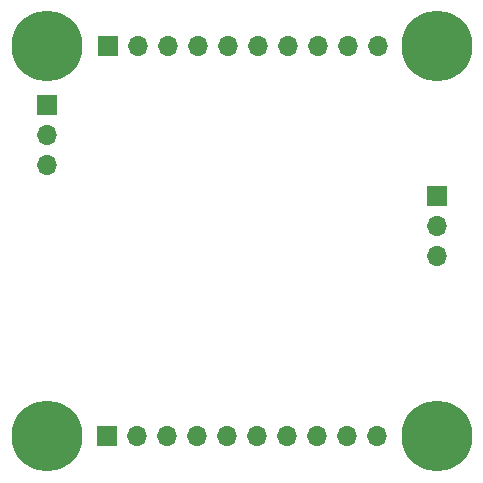
<source format=gts>
%TF.GenerationSoftware,KiCad,Pcbnew,(6.0.6)*%
%TF.CreationDate,2022-07-20T12:02:57+02:00*%
%TF.ProjectId,low_freq_board,6c6f775f-6672-4657-915f-626f6172642e,rev?*%
%TF.SameCoordinates,PX4f27ac0PY57bcf00*%
%TF.FileFunction,Soldermask,Top*%
%TF.FilePolarity,Negative*%
%FSLAX46Y46*%
G04 Gerber Fmt 4.6, Leading zero omitted, Abs format (unit mm)*
G04 Created by KiCad (PCBNEW (6.0.6)) date 2022-07-20 12:02:57*
%MOMM*%
%LPD*%
G01*
G04 APERTURE LIST*
%ADD10R,1.700000X1.700000*%
%ADD11O,1.700000X1.700000*%
%ADD12C,6.000000*%
G04 APERTURE END LIST*
D10*
%TO.C,J3*%
X8569997Y3499999D03*
D11*
X11109997Y3499999D03*
X13649997Y3499999D03*
X16189997Y3499999D03*
X18729997Y3499999D03*
X21269997Y3499999D03*
X23809997Y3499999D03*
X26349997Y3499999D03*
X28889997Y3499999D03*
X31429997Y3499999D03*
%TD*%
D12*
%TO.C,H1*%
X3500001Y36500003D03*
%TD*%
%TO.C,H3*%
X3500001Y3500001D03*
%TD*%
D10*
%TO.C,J4*%
X3500000Y31500000D03*
D11*
X3500000Y28960000D03*
X3500000Y26420000D03*
%TD*%
D10*
%TO.C,J1*%
X8700000Y36500000D03*
D11*
X11240000Y36500000D03*
X13780000Y36500000D03*
X16320000Y36500000D03*
X18860000Y36500000D03*
X21400000Y36500000D03*
X23940000Y36500000D03*
X26480000Y36500000D03*
X29020000Y36500000D03*
X31560000Y36500000D03*
%TD*%
D12*
%TO.C,H4*%
X36500003Y3500001D03*
%TD*%
%TO.C,H2*%
X36500003Y36500003D03*
%TD*%
D10*
%TO.C,J2*%
X36500000Y23800000D03*
D11*
X36500000Y21260000D03*
X36500000Y18720000D03*
%TD*%
M02*

</source>
